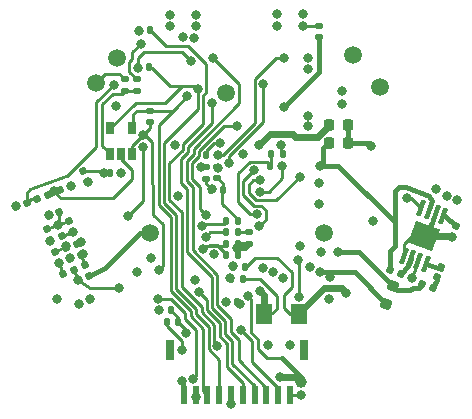
<source format=gbl>
%TF.GenerationSoftware,KiCad,Pcbnew,(6.0.5)*%
%TF.CreationDate,2022-06-17T18:07:44-04:00*%
%TF.ProjectId,Maka_BMS,4d616b61-5f42-44d5-932e-6b696361645f,rev?*%
%TF.SameCoordinates,Original*%
%TF.FileFunction,Copper,L4,Bot*%
%TF.FilePolarity,Positive*%
%FSLAX46Y46*%
G04 Gerber Fmt 4.6, Leading zero omitted, Abs format (unit mm)*
G04 Created by KiCad (PCBNEW (6.0.5)) date 2022-06-17 18:07:44*
%MOMM*%
%LPD*%
G01*
G04 APERTURE LIST*
G04 Aperture macros list*
%AMRoundRect*
0 Rectangle with rounded corners*
0 $1 Rounding radius*
0 $2 $3 $4 $5 $6 $7 $8 $9 X,Y pos of 4 corners*
0 Add a 4 corners polygon primitive as box body*
4,1,4,$2,$3,$4,$5,$6,$7,$8,$9,$2,$3,0*
0 Add four circle primitives for the rounded corners*
1,1,$1+$1,$2,$3*
1,1,$1+$1,$4,$5*
1,1,$1+$1,$6,$7*
1,1,$1+$1,$8,$9*
0 Add four rect primitives between the rounded corners*
20,1,$1+$1,$2,$3,$4,$5,0*
20,1,$1+$1,$4,$5,$6,$7,0*
20,1,$1+$1,$6,$7,$8,$9,0*
20,1,$1+$1,$8,$9,$2,$3,0*%
%AMRotRect*
0 Rectangle, with rotation*
0 The origin of the aperture is its center*
0 $1 length*
0 $2 width*
0 $3 Rotation angle, in degrees counterclockwise*
0 Add horizontal line*
21,1,$1,$2,0,0,$3*%
G04 Aperture macros list end*
%TA.AperFunction,SMDPad,CuDef*%
%ADD10RoundRect,0.147500X-0.147500X-0.172500X0.147500X-0.172500X0.147500X0.172500X-0.147500X0.172500X0*%
%TD*%
%TA.AperFunction,SMDPad,CuDef*%
%ADD11RoundRect,0.147500X0.147500X0.172500X-0.147500X0.172500X-0.147500X-0.172500X0.147500X-0.172500X0*%
%TD*%
%TA.AperFunction,SMDPad,CuDef*%
%ADD12RoundRect,0.147500X0.079606X0.212545X-0.197603X0.111649X-0.079606X-0.212545X0.197603X-0.111649X0*%
%TD*%
%TA.AperFunction,SMDPad,CuDef*%
%ADD13RoundRect,0.147500X-0.212545X0.079606X-0.111649X-0.197603X0.212545X-0.079606X0.111649X0.197603X0*%
%TD*%
%TA.AperFunction,SMDPad,CuDef*%
%ADD14RoundRect,0.147500X-0.079606X-0.212545X0.197603X-0.111649X0.079606X0.212545X-0.197603X0.111649X0*%
%TD*%
%TA.AperFunction,ComponentPad*%
%ADD15C,1.500000*%
%TD*%
%TA.AperFunction,SMDPad,CuDef*%
%ADD16RoundRect,0.147500X0.172500X-0.147500X0.172500X0.147500X-0.172500X0.147500X-0.172500X-0.147500X0*%
%TD*%
%TA.AperFunction,SMDPad,CuDef*%
%ADD17RoundRect,0.147500X-0.172500X0.147500X-0.172500X-0.147500X0.172500X-0.147500X0.172500X0.147500X0*%
%TD*%
%TA.AperFunction,SMDPad,CuDef*%
%ADD18RoundRect,0.250001X-0.462499X-0.624999X0.462499X-0.624999X0.462499X0.624999X-0.462499X0.624999X0*%
%TD*%
%TA.AperFunction,SMDPad,CuDef*%
%ADD19R,0.600000X1.550000*%
%TD*%
%TA.AperFunction,SMDPad,CuDef*%
%ADD20R,0.800000X1.800000*%
%TD*%
%TA.AperFunction,SMDPad,CuDef*%
%ADD21RoundRect,0.218750X-0.165979X0.293200X-0.315613X-0.117915X0.165979X-0.293200X0.315613X0.117915X0*%
%TD*%
%TA.AperFunction,SMDPad,CuDef*%
%ADD22RoundRect,0.218750X0.218750X0.256250X-0.218750X0.256250X-0.218750X-0.256250X0.218750X-0.256250X0*%
%TD*%
%TA.AperFunction,SMDPad,CuDef*%
%ADD23RoundRect,0.147500X0.212545X-0.079606X0.111649X0.197603X-0.212545X0.079606X-0.111649X-0.197603X0*%
%TD*%
%TA.AperFunction,SMDPad,CuDef*%
%ADD24RoundRect,0.218750X-0.218750X-0.256250X0.218750X-0.256250X0.218750X0.256250X-0.218750X0.256250X0*%
%TD*%
%TA.AperFunction,SMDPad,CuDef*%
%ADD25RoundRect,0.100000X-0.119793X-0.621510X0.307732X0.553106X0.119793X0.621510X-0.307732X-0.553106X0*%
%TD*%
%TA.AperFunction,SMDPad,CuDef*%
%ADD26RotRect,1.950000X2.150000X70.000000*%
%TD*%
%TA.AperFunction,SMDPad,CuDef*%
%ADD27RoundRect,0.147500X-0.111649X0.197603X-0.212545X-0.079606X0.111649X-0.197603X0.212545X0.079606X0*%
%TD*%
%TA.AperFunction,SMDPad,CuDef*%
%ADD28RoundRect,0.147500X-0.197603X-0.111649X0.079606X-0.212545X0.197603X0.111649X-0.079606X0.212545X0*%
%TD*%
%TA.AperFunction,SMDPad,CuDef*%
%ADD29RoundRect,0.147500X0.111649X-0.197603X0.212545X0.079606X-0.111649X0.197603X-0.212545X-0.079606X0*%
%TD*%
%TA.AperFunction,SMDPad,CuDef*%
%ADD30RoundRect,0.147500X0.197603X0.111649X-0.079606X0.212545X-0.197603X-0.111649X0.079606X-0.212545X0*%
%TD*%
%TA.AperFunction,SMDPad,CuDef*%
%ADD31R,0.650000X1.060000*%
%TD*%
%TA.AperFunction,ViaPad*%
%ADD32C,0.800000*%
%TD*%
%TA.AperFunction,ViaPad*%
%ADD33C,1.000000*%
%TD*%
%TA.AperFunction,Conductor*%
%ADD34C,0.250000*%
%TD*%
%TA.AperFunction,Conductor*%
%ADD35C,0.400000*%
%TD*%
%TA.AperFunction,Conductor*%
%ADD36C,0.590000*%
%TD*%
G04 APERTURE END LIST*
D10*
%TO.P,R14,2*%
%TO.N,Net-(R14-Pad2)*%
X146810000Y-112450000D03*
%TO.P,R14,1*%
%TO.N,Earth*%
X145840000Y-112450000D03*
%TD*%
D11*
%TO.P,R6,1*%
%TO.N,~{DELAYED_OFF}*%
X145080000Y-88750000D03*
%TO.P,R6,2*%
%TO.N,Net-(Q1-Pad2)*%
X144110000Y-88750000D03*
%TD*%
%TO.P,R20,2*%
%TO.N,+3V3*%
X146455000Y-113450000D03*
%TO.P,R20,1*%
%TO.N,Net-(R14-Pad2)*%
X147425000Y-113450000D03*
%TD*%
D12*
%TO.P,R12,1*%
%TO.N,Earth*%
X136411502Y-102668240D03*
%TO.P,R12,2*%
%TO.N,Net-(Q3-Pad2)*%
X135500000Y-103000000D03*
%TD*%
%TO.P,R13,1*%
%TO.N,Net-(Q3-Pad2)*%
X134605751Y-103334120D03*
%TO.P,R13,2*%
%TO.N,Net-(R13-Pad2)*%
X133694249Y-103665880D03*
%TD*%
D13*
%TO.P,R10,1*%
%TO.N,Net-(Q2-Pad2)*%
X139409120Y-100644249D03*
%TO.P,R10,2*%
%TO.N,Net-(R10-Pad2)*%
X139740880Y-101555751D03*
%TD*%
D12*
%TO.P,C9,2*%
%TO.N,-BATT*%
X139038498Y-111881760D03*
%TO.P,C9,1*%
%TO.N,Net-(C9-Pad1)*%
X139950000Y-111550000D03*
%TD*%
D14*
%TO.P,R18,2*%
%TO.N,Net-(R18-Pad2)*%
X138311502Y-101968240D03*
%TO.P,R18,1*%
%TO.N,Earth*%
X137400000Y-102300000D03*
%TD*%
D15*
%TO.P,11.1,1,Pin_1*%
%TO.N,+BATT*%
X140450000Y-93225000D03*
%TD*%
%TO.P,0.0,1,Pin_1*%
%TO.N,-BATT*%
X151450000Y-94050000D03*
%TD*%
D10*
%TO.P,R23,1*%
%TO.N,+3V3*%
X149815000Y-99325000D03*
%TO.P,R23,2*%
%TO.N,~{TS_EOC}*%
X150785000Y-99325000D03*
%TD*%
D16*
%TO.P,R24,1*%
%TO.N,Earth*%
X149750000Y-101300000D03*
%TO.P,R24,2*%
%TO.N,Net-(R24-Pad2)*%
X149750000Y-100330000D03*
%TD*%
D11*
%TO.P,C17,1*%
%TO.N,Net-(C17-Pad1)*%
X151185000Y-102250000D03*
%TO.P,C17,2*%
%TO.N,Earth*%
X150215000Y-102250000D03*
%TD*%
D17*
%TO.P,TH2,1*%
%TO.N,Earth*%
X150750000Y-100290000D03*
%TO.P,TH2,2*%
%TO.N,Net-(C17-Pad1)*%
X150750000Y-101260000D03*
%TD*%
D15*
%TO.P,12V_OUT1,1,Pin_1*%
%TO.N,/BATT_OUT*%
X162200000Y-90800000D03*
%TD*%
%TO.P,GND_OUT1,1,Pin_1*%
%TO.N,/GND_OUT*%
X164550000Y-93525000D03*
%TD*%
D13*
%TO.P,R2,2*%
%TO.N,Net-(7.4_1-Pad1)*%
X139881760Y-109561502D03*
%TO.P,R2,1*%
%TO.N,Net-(C2-Pad1)*%
X139550000Y-108650000D03*
%TD*%
D18*
%TO.P,R31,1*%
%TO.N,+BATT*%
X154675000Y-112800000D03*
%TO.P,R31,2*%
%TO.N,Net-(L2-Pad2)*%
X157650000Y-112800000D03*
%TD*%
D15*
%TO.P,3.4,1,Pin_1*%
%TO.N,Net-(3.4-Pad1)*%
X142250000Y-91100000D03*
%TD*%
D11*
%TO.P,R27,1*%
%TO.N,Net-(L2-Pad2)*%
X153070000Y-108750000D03*
%TO.P,R27,2*%
%TO.N,Net-(R27-Pad2)*%
X152100000Y-108750000D03*
%TD*%
D19*
%TO.P,J8,01,01*%
%TO.N,Earth*%
X147900000Y-119600000D03*
%TO.P,J8,02,02*%
%TO.N,+5V*%
X148900000Y-119600000D03*
%TO.P,J8,03,03*%
%TO.N,SCL*%
X149900000Y-119600000D03*
%TO.P,J8,04,04*%
%TO.N,SDA*%
X150900000Y-119600000D03*
%TO.P,J8,05,05*%
%TO.N,~{SHT_DWN_SIG}*%
X151900000Y-119600000D03*
%TO.P,J8,06,06*%
%TO.N,ENDCAP_EN*%
X152900000Y-119600000D03*
%TO.P,J8,07,07*%
%TO.N,GPS_INT*%
X153900000Y-119600000D03*
%TO.P,J8,08,08*%
%TO.N,IMU_INT*%
X154900000Y-119600000D03*
%TO.P,J8,09,09*%
%TO.N,+3V3*%
X155900000Y-119600000D03*
%TO.P,J8,10,10*%
%TO.N,~{SHT_DWN_SIG}*%
X156900000Y-119600000D03*
D20*
%TO.P,J8,S1*%
%TO.N,N/C*%
X146700000Y-115775000D03*
%TO.P,J8,S2*%
X158100000Y-115775000D03*
%TD*%
D10*
%TO.P,C6,1*%
%TO.N,Earth*%
X151465000Y-111750000D03*
%TO.P,C6,2*%
%TO.N,/BATT_OUT*%
X152435000Y-111750000D03*
%TD*%
D21*
%TO.P,C1,1*%
%TO.N,Earth*%
X165600000Y-110400000D03*
%TO.P,C1,2*%
%TO.N,/BATT_OUT*%
X165061318Y-111880016D03*
%TD*%
D16*
%TO.P,C19,1*%
%TO.N,Earth*%
X153400000Y-106825000D03*
%TO.P,C19,2*%
%TO.N,Net-(C19-Pad2)*%
X153400000Y-105855000D03*
%TD*%
D11*
%TO.P,C21,1*%
%TO.N,Earth*%
X152455000Y-106805800D03*
%TO.P,C21,2*%
%TO.N,Net-(C21-Pad2)*%
X151485000Y-106805800D03*
%TD*%
%TO.P,R30,1*%
%TO.N,Earth*%
X152455000Y-107790000D03*
%TO.P,R30,2*%
%TO.N,Net-(C21-Pad2)*%
X151485000Y-107790000D03*
%TD*%
%TO.P,R25,1*%
%TO.N,Net-(C19-Pad2)*%
X152455000Y-105850000D03*
%TO.P,R25,2*%
%TO.N,Net-(R25-Pad2)*%
X151485000Y-105850000D03*
%TD*%
D10*
%TO.P,R22,1*%
%TO.N,Net-(R22-Pad1)*%
X151485000Y-104900000D03*
%TO.P,R22,2*%
%TO.N,Net-(C17-Pad1)*%
X152455000Y-104900000D03*
%TD*%
D11*
%TO.P,R26,1*%
%TO.N,+BATT*%
X152885000Y-109800000D03*
%TO.P,R26,2*%
%TO.N,Net-(R26-Pad2)*%
X151915000Y-109800000D03*
%TD*%
D22*
%TO.P,C22,1*%
%TO.N,Earth*%
X161787500Y-96800000D03*
%TO.P,C22,2*%
%TO.N,Net-(C20-Pad1)*%
X160212500Y-96800000D03*
%TD*%
D15*
%TO.P,7.4_1,1,Pin_1*%
%TO.N,Net-(7.4_1-Pad1)*%
X145000000Y-105925000D03*
%TD*%
D23*
%TO.P,TH1,1*%
%TO.N,-BATT*%
X137300000Y-108450000D03*
%TO.P,TH1,2*%
%TO.N,Net-(R15-Pad1)*%
X136968240Y-107538498D03*
%TD*%
D12*
%TO.P,R17,2*%
%TO.N,Net-(R17-Pad2)*%
X136450000Y-104450000D03*
%TO.P,R17,1*%
%TO.N,-BATT*%
X137361502Y-104118240D03*
%TD*%
D11*
%TO.P,R11,1*%
%TO.N,Net-(Q2-Pad3)*%
X142635000Y-100825000D03*
%TO.P,R11,2*%
%TO.N,Net-(Q2-Pad2)*%
X141665000Y-100825000D03*
%TD*%
D14*
%TO.P,C8,1*%
%TO.N,-BATT*%
X137694249Y-109365880D03*
%TO.P,C8,2*%
%TO.N,Net-(C8-Pad2)*%
X138605751Y-109034120D03*
%TD*%
D23*
%TO.P,C5,1*%
%TO.N,Net-(C5-Pad1)*%
X137550000Y-106150000D03*
%TO.P,C5,2*%
%TO.N,-BATT*%
X137218240Y-105238498D03*
%TD*%
D13*
%TO.P,C3,1*%
%TO.N,Net-(C3-Pad1)*%
X138868240Y-106838498D03*
%TO.P,C3,2*%
%TO.N,Net-(C2-Pad1)*%
X139200000Y-107750000D03*
%TD*%
D24*
%TO.P,C7,1*%
%TO.N,+12V*%
X160200000Y-98300000D03*
%TO.P,C7,2*%
%TO.N,Earth*%
X161775000Y-98300000D03*
%TD*%
D13*
%TO.P,R16,1*%
%TO.N,-BATT*%
X136284120Y-105594249D03*
%TO.P,R16,2*%
%TO.N,Net-(R16-Pad2)*%
X136615880Y-106505751D03*
%TD*%
%TO.P,R15,1*%
%TO.N,Net-(R15-Pad1)*%
X137918240Y-107188498D03*
%TO.P,R15,2*%
%TO.N,Net-(R15-Pad2)*%
X138250000Y-108100000D03*
%TD*%
D23*
%TO.P,R4,1*%
%TO.N,Net-(C5-Pad1)*%
X138500000Y-105800000D03*
%TO.P,R4,2*%
%TO.N,-BATT*%
X138168240Y-104888498D03*
%TD*%
D16*
%TO.P,C18,1*%
%TO.N,Earth*%
X159375000Y-89310000D03*
%TO.P,C18,2*%
%TO.N,+15V*%
X159375000Y-88340000D03*
%TD*%
D11*
%TO.P,R28,1*%
%TO.N,Net-(Q4-Pad3)*%
X156295000Y-99250000D03*
%TO.P,R28,2*%
%TO.N,Net-(C20-Pad2)*%
X155325000Y-99250000D03*
%TD*%
%TO.P,C20,1*%
%TO.N,Net-(C20-Pad1)*%
X156185000Y-100225000D03*
%TO.P,C20,2*%
%TO.N,Net-(C20-Pad2)*%
X155215000Y-100225000D03*
%TD*%
D15*
%TO.P,7.4_2,1,Pin_1*%
%TO.N,Net-(7.4_1-Pad1)*%
X159800000Y-105875000D03*
%TD*%
D25*
%TO.P,U6,1,COMP*%
%TO.N,Net-(C10-Pad1)*%
X168380752Y-108496143D03*
%TO.P,U6,2,FB*%
%TO.N,Net-(R21-Pad2)*%
X167769952Y-108273830D03*
%TO.P,U6,3,EN*%
%TO.N,Net-(R7-Pad2)*%
X167159152Y-108051517D03*
%TO.P,U6,4,GND*%
%TO.N,Earth*%
X166548351Y-107829203D03*
%TO.P,U6,5,SW*%
%TO.N,Net-(D4-Pad2)*%
X168019038Y-103788525D03*
%TO.P,U6,6,IN*%
%TO.N,+12V*%
X168629838Y-104010838D03*
%TO.P,U6,7,FSEL*%
%TO.N,Earth*%
X169240638Y-104233151D03*
%TO.P,U6,8,SS*%
%TO.N,Net-(C12-Pad2)*%
X169851439Y-104455465D03*
D26*
%TO.P,U6,9,GND*%
%TO.N,Earth*%
X168199895Y-106142334D03*
%TD*%
D27*
%TO.P,C10,1*%
%TO.N,Net-(C10-Pad1)*%
X169700000Y-108750000D03*
%TO.P,C10,2*%
%TO.N,Net-(C10-Pad2)*%
X169368240Y-109661502D03*
%TD*%
D28*
%TO.P,R7,1*%
%TO.N,+12V*%
X165388498Y-109068240D03*
%TO.P,R7,2*%
%TO.N,Net-(R7-Pad2)*%
X166300000Y-109400000D03*
%TD*%
D29*
%TO.P,C12,1*%
%TO.N,Earth*%
X170598044Y-106248982D03*
%TO.P,C12,2*%
%TO.N,Net-(C12-Pad2)*%
X170929804Y-105337480D03*
%TD*%
D30*
%TO.P,R9,1*%
%TO.N,Net-(C10-Pad2)*%
X169000000Y-110550000D03*
%TO.P,R9,2*%
%TO.N,Earth*%
X168088498Y-110218240D03*
%TD*%
D16*
%TO.P,R33,1*%
%TO.N,/Batt_Analog*%
X142950000Y-93870000D03*
%TO.P,R33,2*%
%TO.N,+BATT*%
X142950000Y-92900000D03*
%TD*%
D17*
%TO.P,R34,1*%
%TO.N,Earth*%
X143950000Y-92900000D03*
%TO.P,R34,2*%
%TO.N,/Batt_Analog*%
X143950000Y-93870000D03*
%TD*%
D31*
%TO.P,U8,1,VDD*%
%TO.N,+3V3*%
X143550000Y-99250000D03*
%TO.P,U8,2,VSS*%
%TO.N,Earth*%
X142600000Y-99250000D03*
%TO.P,U8,3,AIN*%
%TO.N,/Batt_Analog*%
X141650000Y-99250000D03*
%TO.P,U8,4,SDA*%
%TO.N,SDA*%
X141650000Y-97050000D03*
%TO.P,U8,5,SCL*%
%TO.N,SCL*%
X143550000Y-97050000D03*
%TD*%
D17*
%TO.P,R35,1*%
%TO.N,SCL*%
X145000000Y-95550000D03*
%TO.P,R35,2*%
%TO.N,+3V3*%
X145000000Y-96520000D03*
%TD*%
D11*
%TO.P,R36,1*%
%TO.N,SDA*%
X144985000Y-91850000D03*
%TO.P,R36,2*%
%TO.N,+3V3*%
X144015000Y-91850000D03*
%TD*%
D32*
%TO.N,Net-(R13-Pad2)*%
X133694249Y-103634378D03*
%TO.N,Earth*%
X136937511Y-102362511D03*
%TO.N,+3V3*%
X147725000Y-115815000D03*
%TO.N,Net-(R19-Pad2)*%
X145700000Y-111475000D03*
%TO.N,Net-(R14-Pad2)*%
X148063670Y-114339071D03*
%TO.N,Net-(R19-Pad2)*%
X148700000Y-118225000D03*
%TO.N,Earth*%
X145827101Y-112466388D03*
%TO.N,~{DELAYED_OFF}*%
X150725000Y-115450000D03*
%TO.N,Earth*%
X147717165Y-118406768D03*
%TO.N,+BATT*%
X143950500Y-109194249D03*
%TO.N,-BATT*%
X139030000Y-111900000D03*
%TO.N,Net-(C9-Pad1)*%
X139970000Y-111530000D03*
%TO.N,Net-(R18-Pad2)*%
X138311502Y-101968240D03*
%TO.N,Net-(R10-Pad2)*%
X139750000Y-101575000D03*
%TO.N,Net-(Q2-Pad2)*%
X141150016Y-100800000D03*
%TO.N,Net-(Q1-Pad2)*%
X144100000Y-88780000D03*
%TO.N,Earth*%
X147409152Y-102782991D03*
X150249553Y-102219707D03*
X154990000Y-115350000D03*
X150798806Y-100364363D03*
X148800000Y-89400000D03*
X159500000Y-107500000D03*
X163950000Y-104850000D03*
X145165242Y-107986436D03*
X163750000Y-98550000D03*
X152399998Y-107175500D03*
X170605274Y-106235495D03*
X157700000Y-106975000D03*
X151474997Y-111740446D03*
X156384002Y-95200000D03*
X160170807Y-111500400D03*
X144250000Y-89899996D03*
X147859660Y-89276608D03*
X142149721Y-95175010D03*
X160949959Y-107499991D03*
X152944231Y-99217498D03*
%TO.N,Net-(C2-Pad1)*%
X139350000Y-107650000D03*
%TO.N,Net-(C3-Pad1)*%
X139200000Y-106650000D03*
%TO.N,-BATT*%
X137250000Y-105250000D03*
X137312500Y-108487500D03*
X137191316Y-111483684D03*
%TO.N,Net-(C5-Pad1)*%
X138500000Y-105800000D03*
%TO.N,Net-(C8-Pad2)*%
X142436371Y-110536371D03*
X138950000Y-109900000D03*
%TO.N,+3V3*%
X145824979Y-109000001D03*
X144006778Y-91943222D03*
X144475012Y-97575179D03*
X151004745Y-98325599D03*
X152736960Y-114128522D03*
X148481459Y-91306778D03*
%TO.N,+5V*%
X148950000Y-119800000D03*
X156012983Y-118136913D03*
X153300000Y-111200000D03*
D33*
X157834131Y-118500061D03*
D32*
%TO.N,Net-(C20-Pad2)*%
X154083402Y-104323727D03*
%TO.N,+12V*%
X159400000Y-100200000D03*
X158400000Y-91109800D03*
X158395100Y-96854900D03*
X158389645Y-92010355D03*
X159350000Y-103450000D03*
X158389645Y-96010355D03*
X159350000Y-101700000D03*
%TO.N,Net-(C21-Pad2)*%
X149567475Y-107247814D03*
%TO.N,+BATT*%
X155450000Y-109250000D03*
X148862299Y-109887701D03*
X154600000Y-108849001D03*
X154350000Y-110850000D03*
X156300000Y-109750000D03*
%TO.N,IMU_INT*%
X150399984Y-91109800D03*
%TO.N,GPS_INT*%
X150274011Y-94896001D03*
%TO.N,SDA*%
X149100000Y-93700000D03*
%TO.N,SCL*%
X148182448Y-94344614D03*
%TO.N,~{TS_EOC}*%
X150788502Y-99301951D03*
X156400000Y-91109810D03*
%TO.N,Net-(L2-Pad2)*%
X161675014Y-110974986D03*
%TO.N,Net-(Q2-Pad3)*%
X142597913Y-100825000D03*
%TO.N,Net-(Q3-Pad2)*%
X142000000Y-93350000D03*
%TO.N,Net-(Q4-Pad3)*%
X156150000Y-98450000D03*
%TO.N,Net-(Q4-Pad2)*%
X154650000Y-93250000D03*
X151736735Y-100017501D03*
%TO.N,Net-(Q5-Pad2)*%
X157700026Y-101150000D03*
X154364600Y-101422799D03*
%TO.N,Net-(Q6-Pad2)*%
X154300000Y-105300000D03*
X153829771Y-100577825D03*
%TO.N,Net-(R15-Pad2)*%
X138242857Y-108057143D03*
%TO.N,Net-(R15-Pad1)*%
X137959999Y-107040001D03*
%TO.N,Net-(R16-Pad2)*%
X136557548Y-106557548D03*
%TO.N,Net-(R17-Pad2)*%
X136500000Y-104400000D03*
%TO.N,Net-(R22-Pad1)*%
X149409995Y-105320273D03*
%TO.N,Net-(R24-Pad2)*%
X149325030Y-100350000D03*
%TO.N,Net-(R25-Pad2)*%
X149740782Y-106263451D03*
%TO.N,Net-(R26-Pad2)*%
X151800000Y-109700000D03*
%TO.N,Net-(R27-Pad2)*%
X152100000Y-108700000D03*
%TO.N,Net-(D4-Pad2)*%
X166800000Y-102950000D03*
%TO.N,+15V*%
X155800000Y-88350014D03*
X155800000Y-87400000D03*
X147119947Y-98441373D03*
X158000000Y-87400000D03*
X169250000Y-102200000D03*
X170200000Y-102800000D03*
X170999976Y-103150000D03*
X158000000Y-88350000D03*
%TO.N,~{SHT_DWN_SIG}*%
X157834806Y-119600072D03*
X151911226Y-120407964D03*
%TO.N,Net-(C20-Pad1)*%
X156250000Y-100200000D03*
X154327206Y-102422102D03*
X154300000Y-98450000D03*
%TO.N,Net-(R21-Pad2)*%
X167200000Y-109700000D03*
%TO.N,Net-(3.4-Pad1)*%
X143219095Y-104490584D03*
X144474990Y-98600508D03*
%TO.N,/GND_OUT*%
X146726400Y-87442000D03*
X148926400Y-87442000D03*
X146726400Y-88392000D03*
X148926400Y-88392000D03*
%TO.N,/BATT_OUT*%
X159450022Y-109250000D03*
X161300000Y-93900000D03*
X156920000Y-115400000D03*
X160300000Y-109627460D03*
X152645395Y-111955313D03*
X161300000Y-95000000D03*
X158600000Y-108750000D03*
%TO.N,+3.3VP*%
X157600000Y-108200000D03*
X149800000Y-104400000D03*
X157650000Y-111300000D03*
X152400000Y-96850000D03*
X150449671Y-107717641D03*
%TO.N,ENDCAP_EN*%
X149177123Y-110897876D03*
%TD*%
D34*
%TO.N,ENDCAP_EN*%
X150949021Y-113510491D02*
X149851464Y-112412934D01*
X149851464Y-112412934D02*
X149851464Y-111572217D01*
X151574500Y-115262070D02*
X150949022Y-114636592D01*
X151574500Y-117249500D02*
X151574500Y-115262070D01*
X152900000Y-119600000D02*
X152900000Y-118575000D01*
X149851464Y-111572217D02*
X149177123Y-110897876D01*
%TO.N,~{DELAYED_OFF}*%
X150499511Y-115224511D02*
X150725000Y-115450000D01*
X149401954Y-112599128D02*
X150499511Y-113696685D01*
X147719022Y-104165863D02*
X147719022Y-110464373D01*
X146684151Y-103130992D02*
X147719022Y-104165863D01*
X147844957Y-98847839D02*
X146684151Y-100008645D01*
X147719022Y-110464373D02*
X149401954Y-112147305D01*
X149549511Y-94275089D02*
X149549511Y-96693024D01*
X146684151Y-100008645D02*
X146684151Y-103130992D01*
X149824501Y-94000099D02*
X149549511Y-94275089D01*
X149824501Y-91624501D02*
X149824501Y-94000099D01*
X148249989Y-90049989D02*
X149824501Y-91624501D01*
X146379989Y-90049989D02*
X148249989Y-90049989D01*
%TO.N,SDA*%
X149099999Y-95388319D02*
X149100000Y-93700000D01*
X146234140Y-98254178D02*
X149099999Y-95388319D01*
X146234140Y-103338324D02*
X146234140Y-98254178D01*
X147269511Y-110650566D02*
X147269510Y-104373694D01*
X148952443Y-112333498D02*
X147269511Y-110650566D01*
X148952443Y-112785321D02*
X148952443Y-112333498D01*
%TO.N,~{DELAYED_OFF}*%
X150499511Y-113696685D02*
X150499511Y-115224511D01*
%TO.N,SDA*%
X150000499Y-115750099D02*
X150000499Y-113833377D01*
X150900000Y-119600000D02*
X150900000Y-116649600D01*
%TO.N,ENDCAP_EN*%
X152900000Y-118575000D02*
X151574500Y-117249500D01*
%TO.N,SCL*%
X149550989Y-119250989D02*
X149900000Y-119600000D01*
X149550989Y-114019577D02*
X149550989Y-119250989D01*
%TO.N,ENDCAP_EN*%
X150949022Y-114636592D02*
X150949021Y-113510491D01*
%TO.N,SCL*%
X148502931Y-112519690D02*
X148502931Y-112971519D01*
X148502931Y-112971519D02*
X149550989Y-114019577D01*
X146820000Y-110836759D02*
X148502931Y-112519690D01*
X146820000Y-104560595D02*
X146820000Y-110836759D01*
X145784129Y-103524724D02*
X146820000Y-104560595D01*
%TO.N,~{DELAYED_OFF}*%
X145080000Y-88750000D02*
X146379989Y-90049989D01*
%TO.N,SCL*%
X145784129Y-96742933D02*
X145784129Y-103524724D01*
%TO.N,~{DELAYED_OFF}*%
X147844957Y-98397578D02*
X147844957Y-98847839D01*
%TO.N,SCL*%
X147202066Y-95324996D02*
X145784129Y-96742933D01*
%TO.N,Net-(R19-Pad2)*%
X148044520Y-112696983D02*
X146822537Y-111475000D01*
%TO.N,SDA*%
X150900000Y-116649600D02*
X150000499Y-115750099D01*
%TO.N,Net-(R19-Pad2)*%
X148975000Y-114100000D02*
X148044520Y-113169520D01*
%TO.N,SDA*%
X147269510Y-104373694D02*
X146234140Y-103338324D01*
%TO.N,Net-(R19-Pad2)*%
X148044520Y-113169520D02*
X148044520Y-112696983D01*
X148975000Y-117950000D02*
X148975000Y-114100000D01*
X148700000Y-118225000D02*
X148975000Y-117950000D01*
%TO.N,SDA*%
X150000499Y-113833377D02*
X148952443Y-112785321D01*
%TO.N,Net-(R19-Pad2)*%
X146822537Y-111475000D02*
X145700000Y-111475000D01*
%TO.N,~{DELAYED_OFF}*%
X149549511Y-96693024D02*
X147844957Y-98397578D01*
X149401954Y-112147305D02*
X149401954Y-112599128D01*
%TO.N,GPS_INT*%
X147700008Y-99629198D02*
X148294968Y-99034239D01*
%TO.N,IMU_INT*%
X150750485Y-109455424D02*
X148641822Y-107346761D01*
%TO.N,GPS_INT*%
X150300979Y-111753612D02*
X150300979Y-111753604D01*
X147700007Y-101700007D02*
X147700008Y-99629198D01*
X152024012Y-116964012D02*
X152024012Y-115075878D01*
%TO.N,IMU_INT*%
X152545826Y-114961988D02*
X151885184Y-114301346D01*
X148641822Y-107346761D02*
X148641822Y-102005411D01*
X148744979Y-99220639D02*
X148744979Y-98770378D01*
X148641822Y-102005411D02*
X148150018Y-101513607D01*
X150750486Y-112040549D02*
X150750485Y-109455424D01*
X148150018Y-101513607D02*
X148150018Y-99815599D01*
%TO.N,GPS_INT*%
X153900000Y-119600000D02*
X153900000Y-118840000D01*
%TO.N,IMU_INT*%
X154900000Y-119600000D02*
X154900000Y-119000000D01*
%TO.N,GPS_INT*%
X148294968Y-98583978D02*
X150274011Y-96604935D01*
%TO.N,IMU_INT*%
X151885184Y-113175247D02*
X150750486Y-112040549D01*
%TO.N,GPS_INT*%
X153900000Y-118840000D02*
X152024012Y-116964012D01*
X150300979Y-111962094D02*
X150300985Y-111753618D01*
X152024012Y-115075878D02*
X151398533Y-114450399D01*
%TO.N,IMU_INT*%
X154900000Y-119000000D02*
X152545826Y-116645826D01*
%TO.N,GPS_INT*%
X151398533Y-114450399D02*
X151398531Y-113324297D01*
X151398531Y-113324297D02*
X150300975Y-112226740D01*
X150300975Y-112226740D02*
X150300975Y-112125996D01*
X148191811Y-107532454D02*
X148191811Y-102191811D01*
X150300975Y-112125996D02*
X150300979Y-112125992D01*
X148294968Y-99034239D02*
X148294968Y-98583978D01*
X150300979Y-112125992D02*
X150300979Y-111962094D01*
X150300985Y-111753618D02*
X150300979Y-111753612D01*
X150300979Y-111753604D02*
X150300975Y-111753600D01*
X150300975Y-111753600D02*
X150300975Y-109641618D01*
X150300975Y-109641618D02*
X148191811Y-107532454D01*
X150274011Y-96604935D02*
X150274011Y-94896001D01*
X148191811Y-102191811D02*
X147700007Y-101700007D01*
%TO.N,IMU_INT*%
X152545826Y-116645826D02*
X152545826Y-114961988D01*
X151885184Y-114301346D02*
X151885184Y-113175247D01*
X148150018Y-99815599D02*
X148744979Y-99220639D01*
X148744979Y-98770378D02*
X152600000Y-94915357D01*
X152600000Y-94915357D02*
X152600000Y-93309816D01*
X152600000Y-93309816D02*
X150399984Y-91109800D01*
%TO.N,Net-(Q3-Pad2)*%
X134939871Y-103000000D02*
X134605751Y-103334120D01*
X135500000Y-103000000D02*
X134939871Y-103000000D01*
%TO.N,Earth*%
X136937511Y-102362511D02*
X136900011Y-102400011D01*
X137000022Y-102300000D02*
X136937511Y-102362511D01*
X137400000Y-102300000D02*
X137000022Y-102300000D01*
X136631782Y-102668240D02*
X136900011Y-102400011D01*
X136411502Y-102668240D02*
X136631782Y-102668240D01*
%TO.N,Net-(Q2-Pad2)*%
X140994265Y-100644249D02*
X141150016Y-100800000D01*
X139409120Y-100644249D02*
X140994265Y-100644249D01*
%TO.N,+3V3*%
X146455000Y-113755000D02*
X147725000Y-115025000D01*
%TO.N,Net-(R14-Pad2)*%
X148063670Y-114088670D02*
X148063670Y-114339071D01*
%TO.N,+3V3*%
X146455000Y-113450000D02*
X146455000Y-113755000D01*
X147725000Y-115025000D02*
X147725000Y-115815000D01*
%TO.N,Net-(R14-Pad2)*%
X147425000Y-113450000D02*
X148063670Y-114088670D01*
%TO.N,Earth*%
X147900000Y-118589603D02*
X147717165Y-118406768D01*
X147900000Y-119600000D02*
X147900000Y-118589603D01*
%TO.N,+5V*%
X153599999Y-114355857D02*
X153599999Y-111499999D01*
X154149554Y-114905412D02*
X153599999Y-114355857D01*
X154149554Y-115688085D02*
X154149554Y-114905412D01*
X154948969Y-116487500D02*
X154149554Y-115688085D01*
X156212500Y-116487500D02*
X154948969Y-116487500D01*
%TO.N,+3V3*%
X153700044Y-115091606D02*
X152736960Y-114128522D01*
X153700044Y-116860044D02*
X153700044Y-115091606D01*
%TO.N,+5V*%
X153599999Y-111499999D02*
X153300000Y-111200000D01*
%TO.N,+3V3*%
X155900000Y-119060000D02*
X153700044Y-116860044D01*
X155900000Y-119600000D02*
X155900000Y-119060000D01*
%TO.N,Net-(R14-Pad2)*%
X147425000Y-113065000D02*
X146810000Y-112450000D01*
X147425000Y-113450000D02*
X147425000Y-113065000D01*
%TO.N,~{SHT_DWN_SIG}*%
X151900000Y-120396738D02*
X151911226Y-120407964D01*
D35*
%TO.N,Net-(7.4_1-Pad1)*%
X141244249Y-108855751D02*
X144175000Y-105925000D01*
X139900000Y-109550000D02*
X141244249Y-108855751D01*
X144175000Y-105925000D02*
X145000000Y-105925000D01*
D34*
%TO.N,Earth*%
X137470000Y-102970000D02*
X136900011Y-102400011D01*
X141880000Y-102970000D02*
X137470000Y-102970000D01*
X143550000Y-100600000D02*
X143550000Y-101300000D01*
X142600000Y-99650000D02*
X143550000Y-100600000D01*
X143550000Y-101300000D02*
X141880000Y-102970000D01*
X142600000Y-99250000D02*
X142600000Y-99650000D01*
%TO.N,Net-(Q3-Pad2)*%
X140500000Y-98592737D02*
X140500000Y-94850000D01*
X140500000Y-94850000D02*
X142000000Y-93350000D01*
X138041732Y-101051005D02*
X140500000Y-98592737D01*
X137905506Y-101051005D02*
X138041732Y-101051005D01*
X134885475Y-102214525D02*
X137905506Y-101051005D01*
X134605765Y-102494235D02*
X134885475Y-102214525D01*
X134605765Y-103334106D02*
X134605765Y-102494235D01*
%TO.N,/Batt_Analog*%
X141885704Y-94100000D02*
X142700000Y-94100000D01*
X141700000Y-99250000D02*
X141000000Y-98550000D01*
X141000000Y-98550000D02*
X141000000Y-94985704D01*
X142700000Y-94100000D02*
X142950000Y-93850000D01*
X141000000Y-94985704D02*
X141885704Y-94100000D01*
%TO.N,Net-(Q2-Pad2)*%
X141675000Y-100800000D02*
X141150016Y-100800000D01*
X141150016Y-100800000D02*
X141044265Y-100694249D01*
D35*
%TO.N,Earth*%
X170598044Y-106248982D02*
X169501018Y-106248982D01*
D34*
X143988232Y-92950000D02*
X143274999Y-92236767D01*
D35*
X159350000Y-89335000D02*
X159350000Y-92234002D01*
X152455000Y-107790000D02*
X152455000Y-106800000D01*
D34*
X166548351Y-106851649D02*
X167257666Y-106142334D01*
X166548351Y-107829203D02*
X166548351Y-106851649D01*
D35*
X153400000Y-106825000D02*
X153049500Y-107175500D01*
D34*
X149750000Y-101300000D02*
X149750000Y-101720154D01*
X143556767Y-91156823D02*
X143556767Y-90593229D01*
D35*
X165600000Y-110400000D02*
X162699991Y-107499991D01*
D34*
X167257666Y-106142334D02*
X168199895Y-106142334D01*
D35*
X159350000Y-92234002D02*
X156384002Y-95200000D01*
X161775000Y-98300000D02*
X161775000Y-96812500D01*
D34*
X143274999Y-91438591D02*
X143556767Y-91156823D01*
D35*
X168900000Y-105100000D02*
X169200000Y-104300000D01*
X161775000Y-98300000D02*
X163500000Y-98300000D01*
X152455000Y-106805800D02*
X153380800Y-106805800D01*
X153049500Y-107175500D02*
X152399998Y-107175500D01*
D34*
X143274999Y-92236767D02*
X143274999Y-91438591D01*
D35*
X163500000Y-98300000D02*
X163750000Y-98550000D01*
X169392334Y-106142334D02*
X168200000Y-106142334D01*
X169501018Y-106248982D02*
X169500000Y-106250000D01*
X167800001Y-110549999D02*
X168100000Y-110250000D01*
D34*
X143556767Y-90593229D02*
X144250000Y-89899996D01*
D35*
X168200000Y-106100000D02*
X168900000Y-105100000D01*
X169500000Y-106250000D02*
X169392334Y-106142334D01*
D34*
X149750000Y-101720154D02*
X150249553Y-102219707D01*
D35*
X167265999Y-110549999D02*
X167800001Y-110549999D01*
X165600000Y-110400000D02*
X165970395Y-110770395D01*
X162699991Y-107499991D02*
X160949959Y-107499991D01*
X165970395Y-110770395D02*
X167045603Y-110770395D01*
D36*
X168199895Y-106142334D02*
X170512113Y-106142334D01*
D35*
X153380800Y-106805800D02*
X153400000Y-106825000D01*
X167045603Y-110770395D02*
X167265999Y-110549999D01*
D36*
X170512113Y-106142334D02*
X170605274Y-106235495D01*
D34*
%TO.N,Net-(C2-Pad1)*%
X139200000Y-107750000D02*
X139550000Y-108650000D01*
X139350000Y-107650000D02*
X139200000Y-107750000D01*
%TO.N,Net-(C3-Pad1)*%
X138900000Y-106800000D02*
X139200000Y-106650000D01*
%TO.N,-BATT*%
X136250000Y-105600000D02*
X138150000Y-104900000D01*
X137312500Y-108487500D02*
X137700000Y-109350000D01*
X137250000Y-105250000D02*
X137400000Y-104100000D01*
%TO.N,Net-(C5-Pad1)*%
X137550000Y-106150000D02*
X138500000Y-105800000D01*
%TO.N,Net-(C8-Pad2)*%
X138950000Y-109900000D02*
X139936371Y-110536371D01*
X139936371Y-110536371D02*
X142436371Y-110536371D01*
X138950000Y-109900000D02*
X138600000Y-109050000D01*
%TO.N,+3V3*%
X146099978Y-105122800D02*
X145334118Y-104356940D01*
X147774681Y-90600000D02*
X144500000Y-90600000D01*
X146099978Y-108725002D02*
X146099978Y-105122800D01*
X144500000Y-90600000D02*
X144006778Y-91093222D01*
X143550000Y-98500191D02*
X144475012Y-97575179D01*
X145200000Y-101741672D02*
X145200000Y-98177018D01*
X148481459Y-91306778D02*
X147774681Y-90600000D01*
X145200000Y-98177018D02*
X144474990Y-97452008D01*
X144006778Y-91093222D02*
X144006778Y-91943222D01*
X150474401Y-98325599D02*
X151004745Y-98325599D01*
X145334118Y-104356940D02*
X145334118Y-101875790D01*
X143550000Y-99250000D02*
X143550000Y-98500191D01*
X149815000Y-99325000D02*
X149815000Y-98985000D01*
X145000000Y-96550000D02*
X145000000Y-97050191D01*
X149815000Y-98985000D02*
X150474401Y-98325599D01*
X145000000Y-97050191D02*
X144475012Y-97575179D01*
X145334118Y-101875790D02*
X145200000Y-101741672D01*
X145824979Y-109000001D02*
X146099978Y-108725002D01*
D35*
%TO.N,+5V*%
X156212500Y-116487500D02*
X157834131Y-118109131D01*
D36*
X157470983Y-118136913D02*
X156012983Y-118136913D01*
X157834131Y-118500061D02*
X157470983Y-118136913D01*
D35*
X157834131Y-118109131D02*
X157834131Y-118500061D01*
D34*
%TO.N,Net-(C17-Pad1)*%
X151150000Y-103450000D02*
X151150000Y-102250000D01*
X151185000Y-101695000D02*
X150750000Y-101260000D01*
X152450000Y-104895000D02*
X152450000Y-104750000D01*
X152450000Y-104750000D02*
X151150000Y-103450000D01*
X151185000Y-102250000D02*
X151185000Y-101695000D01*
X152455000Y-104900000D02*
X152450000Y-104895000D01*
%TO.N,Net-(C19-Pad2)*%
X153400000Y-105900000D02*
X153350000Y-105850000D01*
X153350000Y-105850000D02*
X152500000Y-105850000D01*
%TO.N,Net-(C20-Pad2)*%
X153517717Y-104323727D02*
X154083402Y-104323727D01*
X155315000Y-100225000D02*
X155315000Y-99260000D01*
X154927824Y-99852824D02*
X153489564Y-99852824D01*
X155300000Y-100225000D02*
X154927824Y-99852824D01*
X152485867Y-103291877D02*
X153517717Y-104323727D01*
X152485867Y-100856521D02*
X152485867Y-103291877D01*
X153489564Y-99852824D02*
X152485867Y-100856521D01*
D35*
%TO.N,+12V*%
X159700000Y-98700000D02*
X160200000Y-98200000D01*
X166107526Y-102050000D02*
X165800000Y-102357526D01*
X165344249Y-107387753D02*
X165750001Y-106982001D01*
X166750000Y-102050000D02*
X166107526Y-102050000D01*
X165344249Y-109034120D02*
X165344249Y-107387753D01*
X165750001Y-106982001D02*
X165750001Y-105337501D01*
X165800000Y-102357526D02*
X165800000Y-105287502D01*
X159400000Y-100200000D02*
X159700000Y-99900000D01*
X165750001Y-105337501D02*
X165750001Y-104984326D01*
X160965675Y-100200000D02*
X159400000Y-100200000D01*
X165800000Y-105287502D02*
X165750001Y-105337501D01*
X168650000Y-102750000D02*
X166750000Y-102050000D01*
X168900000Y-103200000D02*
X168650000Y-102750000D01*
X159700000Y-99900000D02*
X159700000Y-98700000D01*
X168629838Y-103870162D02*
X168900000Y-103200000D01*
X165750001Y-104984326D02*
X160965675Y-100200000D01*
D34*
%TO.N,Net-(C21-Pad2)*%
X151302848Y-106987952D02*
X149827337Y-106987952D01*
X151500000Y-107701126D02*
X150736449Y-106937575D01*
X150736449Y-106937575D02*
X150071262Y-106937575D01*
X151500000Y-107750000D02*
X151500000Y-107701126D01*
X151485000Y-106805800D02*
X151302848Y-106987952D01*
X149827337Y-106987952D02*
X149567475Y-107247814D01*
%TO.N,+BATT*%
X154699969Y-112699990D02*
X155400010Y-112699990D01*
X143000000Y-92950000D02*
X142457301Y-92407301D01*
X141267699Y-92407301D02*
X140450000Y-93225000D01*
D36*
X154675000Y-112800000D02*
X154675000Y-111175000D01*
D34*
X154374998Y-109774998D02*
X152925002Y-109774998D01*
X152925002Y-109774998D02*
X152900000Y-109800000D01*
D36*
X154675000Y-111175000D02*
X154350000Y-110850000D01*
D34*
X155800000Y-112300000D02*
X155800000Y-111200000D01*
X142457301Y-92407301D02*
X141267699Y-92407301D01*
X155800000Y-111200000D02*
X154374998Y-109774998D01*
X155400010Y-112699990D02*
X155800000Y-112300000D01*
%TO.N,SDA*%
X147718160Y-93481840D02*
X148881840Y-93481840D01*
X148881840Y-93481840D02*
X149100000Y-93700000D01*
X141650000Y-97050000D02*
X143825012Y-94874988D01*
X144950000Y-91900000D02*
X145000000Y-91900000D01*
X146751840Y-93481840D02*
X145170000Y-91900000D01*
X146325012Y-94874988D02*
X147718160Y-93481840D01*
X145170000Y-91900000D02*
X144950000Y-91900000D01*
X143825012Y-94874988D02*
X146325012Y-94874988D01*
X147718160Y-93481840D02*
X146751840Y-93481840D01*
%TO.N,SCL*%
X146977062Y-95550000D02*
X144650000Y-95550000D01*
X143901988Y-95550000D02*
X143600000Y-95851988D01*
X147202066Y-95324996D02*
X146977062Y-95550000D01*
X147202066Y-95324996D02*
X148182448Y-94344614D01*
X143600000Y-95851988D02*
X143600000Y-97050000D01*
X144650000Y-95550000D02*
X143901988Y-95550000D01*
%TO.N,~{TS_EOC}*%
X155717186Y-91109810D02*
X153924998Y-92901998D01*
X151198049Y-99301951D02*
X150788502Y-99301951D01*
X153924998Y-96575002D02*
X151198049Y-99301951D01*
X153924998Y-92901998D02*
X153924998Y-96575002D01*
X156400000Y-91109810D02*
X155717186Y-91109810D01*
%TO.N,Net-(L2-Pad2)*%
X155826996Y-108000000D02*
X157044337Y-109217341D01*
D36*
X157750000Y-112900000D02*
X157750000Y-112596603D01*
D34*
X156350000Y-112250000D02*
X156900000Y-112800000D01*
X156350000Y-111130930D02*
X156350000Y-112250000D01*
D36*
X159771616Y-110574987D02*
X161275015Y-110574987D01*
X161275015Y-110574987D02*
X161675014Y-110974986D01*
D34*
X156900000Y-112800000D02*
X157650000Y-112800000D01*
X157044337Y-109217341D02*
X157044337Y-110436593D01*
X157044337Y-110436593D02*
X156350000Y-111130930D01*
X153950000Y-108000000D02*
X155826996Y-108000000D01*
D36*
X157750000Y-112596603D02*
X159771616Y-110574987D01*
D34*
X153150000Y-108800000D02*
X153950000Y-108000000D01*
%TO.N,Net-(Q4-Pad3)*%
X156150000Y-98450000D02*
X156150000Y-99105000D01*
X156150000Y-99105000D02*
X156295000Y-99250000D01*
%TO.N,Net-(Q4-Pad2)*%
X151736735Y-99399675D02*
X151736735Y-100017501D01*
X154650000Y-93250000D02*
X154650000Y-96486410D01*
X154650000Y-96486410D02*
X151736735Y-99399675D01*
%TO.N,Net-(Q5-Pad2)*%
X153798915Y-101422799D02*
X153385889Y-101835825D01*
X154028498Y-103148714D02*
X155701312Y-103148714D01*
X153385889Y-101835825D02*
X153385889Y-102506105D01*
X153385889Y-102506105D02*
X154028498Y-103148714D01*
X155701312Y-103148714D02*
X157700026Y-101150000D01*
X154364600Y-101422799D02*
X153798915Y-101422799D01*
%TO.N,Net-(Q6-Pad2)*%
X154825001Y-104774999D02*
X154300000Y-105300000D01*
X153842099Y-103598725D02*
X154431404Y-103598725D01*
X154431404Y-103598725D02*
X154825001Y-103992322D01*
X153829771Y-100577825D02*
X152935878Y-101471718D01*
X152935878Y-102692504D02*
X153842099Y-103598725D01*
X152935878Y-101471718D02*
X152935878Y-102692504D01*
X154825001Y-103992322D02*
X154825001Y-104774999D01*
%TO.N,Net-(R15-Pad1)*%
X137000000Y-107550000D02*
X137959999Y-107040001D01*
%TO.N,Net-(R22-Pad1)*%
X151500000Y-104910000D02*
X151285499Y-105124501D01*
X149605767Y-105124501D02*
X149409995Y-105320273D01*
X151285499Y-105124501D02*
X149605767Y-105124501D01*
%TO.N,Net-(R24-Pad2)*%
X149750000Y-100330000D02*
X149345030Y-100330000D01*
X149345030Y-100330000D02*
X149325030Y-100350000D01*
%TO.N,Net-(R25-Pad2)*%
X151500000Y-105850000D02*
X150154233Y-105850000D01*
X150154233Y-105850000D02*
X149740782Y-106263451D01*
%TO.N,Net-(D4-Pad2)*%
X167180513Y-102950000D02*
X166800000Y-102950000D01*
X168019038Y-103788525D02*
X167180513Y-102950000D01*
%TO.N,+15V*%
X159375000Y-88340000D02*
X158010000Y-88340000D01*
%TO.N,~{SHT_DWN_SIG}*%
X157834734Y-119600000D02*
X157834806Y-119600072D01*
X156900000Y-119600000D02*
X157834734Y-119600000D01*
D36*
%TO.N,Net-(C20-Pad1)*%
X157349901Y-97749901D02*
X159250099Y-97749901D01*
X155200000Y-97550000D02*
X157150000Y-97550000D01*
X157150000Y-97550000D02*
X157349901Y-97749901D01*
X154300000Y-98450000D02*
X155200000Y-97550000D01*
D34*
X155093583Y-102422102D02*
X154327206Y-102422102D01*
X156250000Y-101265685D02*
X155093583Y-102422102D01*
D36*
X159250099Y-97749901D02*
X160200000Y-96800000D01*
D34*
X156250000Y-100200000D02*
X156250000Y-101265685D01*
D35*
%TO.N,Net-(C10-Pad2)*%
X169000000Y-110500000D02*
X169300000Y-109900000D01*
%TO.N,Net-(C10-Pad1)*%
X168380752Y-108496143D02*
X169650000Y-108950000D01*
%TO.N,Net-(R7-Pad2)*%
X166300000Y-109400000D02*
X166900000Y-108700000D01*
X166900000Y-108700000D02*
X167100000Y-108100000D01*
D34*
%TO.N,Net-(R21-Pad2)*%
X167769952Y-108273830D02*
X167200000Y-109700000D01*
%TO.N,Net-(3.4-Pad1)*%
X143219095Y-104490584D02*
X144474990Y-103234689D01*
X144474990Y-103234689D02*
X144474990Y-98600508D01*
D35*
%TO.N,Net-(C12-Pad2)*%
X169851439Y-104455465D02*
X170047789Y-104455465D01*
X170047789Y-104455465D02*
X170929804Y-105337480D01*
%TO.N,/BATT_OUT*%
X165061318Y-111880016D02*
X162431302Y-109250000D01*
X162431302Y-109250000D02*
X159450022Y-109250000D01*
D34*
%TO.N,+3.3VP*%
X149250042Y-103850042D02*
X149800000Y-104400000D01*
X152400000Y-96850000D02*
X151301768Y-96850000D01*
X148600029Y-100001999D02*
X148600029Y-101327207D01*
X149194990Y-99407039D02*
X148600029Y-100001999D01*
X157650000Y-108250000D02*
X157600000Y-108200000D01*
X149250042Y-101977220D02*
X149250042Y-103850042D01*
X157650000Y-111300000D02*
X157650000Y-108250000D01*
X151301768Y-96850000D02*
X149194990Y-98956778D01*
X148600029Y-101327207D02*
X149250042Y-101977220D01*
X149194990Y-98956778D02*
X149194990Y-99407039D01*
%TO.N,/Batt_Analog*%
X143000000Y-93900000D02*
X143030000Y-93870000D01*
X143030000Y-93870000D02*
X143950000Y-93870000D01*
%TD*%
M02*

</source>
